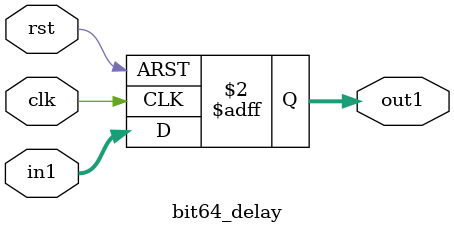
<source format=v>
`timescale 1ns / 1ps


module bit64_delay(
    input signed [63:0] in1,
    input clk,
    input rst,
    output reg signed [63:0] out1
    );
    

    always @(posedge clk or posedge rst) begin
        if(rst) begin
            out1 <= 64'h0000000000000000;
        end
        else begin
            out1 <= in1;
        end
    end
    
endmodule

</source>
